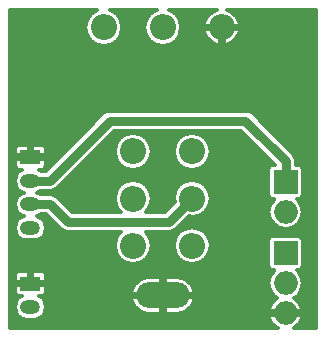
<source format=gbl>
G04 #@! TF.FileFunction,Copper,L2,Bot,Signal*
%FSLAX46Y46*%
G04 Gerber Fmt 4.6, Leading zero omitted, Abs format (unit mm)*
G04 Created by KiCad (PCBNEW 4.0.4-1.fc24-product) date Mon Jun  4 16:01:06 2018*
%MOMM*%
%LPD*%
G01*
G04 APERTURE LIST*
%ADD10C,0.100000*%
%ADD11O,2.200000X2.200000*%
%ADD12O,4.500000X2.200000*%
%ADD13O,1.998980X1.998980*%
%ADD14R,1.998980X1.998980*%
%ADD15R,1.700000X1.200000*%
%ADD16O,1.700000X1.200000*%
%ADD17C,0.800000*%
%ADD18C,0.300000*%
G04 APERTURE END LIST*
D10*
D11*
X121500000Y-72000000D03*
X116500000Y-72000000D03*
X111500000Y-72000000D03*
X114000000Y-82500000D03*
X114000000Y-86500000D03*
X114000000Y-90500000D03*
X119000000Y-82500000D03*
X119000000Y-86500000D03*
X119000000Y-90500000D03*
D12*
X116500000Y-94700000D03*
D13*
X126900000Y-87640000D03*
D14*
X126900000Y-85100000D03*
D13*
X126900000Y-96200000D03*
D14*
X126900000Y-91120000D03*
D13*
X126900000Y-93660000D03*
D15*
X105300000Y-83000000D03*
D16*
X105300000Y-85000000D03*
X105300000Y-87000000D03*
X105300000Y-89000000D03*
D15*
X105300000Y-93700000D03*
D16*
X105300000Y-95700000D03*
D17*
X106950000Y-85000000D02*
X105300000Y-85000000D01*
X112050000Y-79900000D02*
X106950000Y-85000000D01*
X126900000Y-83300510D02*
X123499490Y-79900000D01*
X126900000Y-85100000D02*
X126900000Y-83300510D01*
X123499490Y-79900000D02*
X112050000Y-79900000D01*
X105300000Y-87000000D02*
X106950000Y-87000000D01*
X106950000Y-87000000D02*
X108450000Y-88500000D01*
X108450000Y-88500000D02*
X117000000Y-88500000D01*
X117000000Y-88500000D02*
X119000000Y-86500000D01*
D18*
G36*
X110906841Y-70537621D02*
X110403984Y-70873618D01*
X110067987Y-71376475D01*
X109950000Y-71969634D01*
X109950000Y-72030366D01*
X110067987Y-72623525D01*
X110403984Y-73126382D01*
X110906841Y-73462379D01*
X111500000Y-73580366D01*
X112093159Y-73462379D01*
X112596016Y-73126382D01*
X112932013Y-72623525D01*
X113050000Y-72030366D01*
X113050000Y-71969634D01*
X112932013Y-71376475D01*
X112596016Y-70873618D01*
X112093159Y-70537621D01*
X112029709Y-70525000D01*
X115970291Y-70525000D01*
X115906841Y-70537621D01*
X115403984Y-70873618D01*
X115067987Y-71376475D01*
X114950000Y-71969634D01*
X114950000Y-72030366D01*
X115067987Y-72623525D01*
X115403984Y-73126382D01*
X115906841Y-73462379D01*
X116500000Y-73580366D01*
X117093159Y-73462379D01*
X117596016Y-73126382D01*
X117932013Y-72623525D01*
X117978565Y-72389490D01*
X119999723Y-72389490D01*
X120262976Y-72933973D01*
X120714555Y-73336267D01*
X121110511Y-73500266D01*
X121350000Y-73429652D01*
X121350000Y-72150000D01*
X121650000Y-72150000D01*
X121650000Y-73429652D01*
X121889489Y-73500266D01*
X122285445Y-73336267D01*
X122737024Y-72933973D01*
X123000277Y-72389490D01*
X122930236Y-72150000D01*
X121650000Y-72150000D01*
X121350000Y-72150000D01*
X120069764Y-72150000D01*
X119999723Y-72389490D01*
X117978565Y-72389490D01*
X118050000Y-72030366D01*
X118050000Y-71969634D01*
X117932013Y-71376475D01*
X117596016Y-70873618D01*
X117093159Y-70537621D01*
X117029709Y-70525000D01*
X121049509Y-70525000D01*
X120714555Y-70663733D01*
X120262976Y-71066027D01*
X119999723Y-71610510D01*
X120069764Y-71850000D01*
X121350000Y-71850000D01*
X121350000Y-71830000D01*
X121650000Y-71830000D01*
X121650000Y-71850000D01*
X122930236Y-71850000D01*
X123000277Y-71610510D01*
X122737024Y-71066027D01*
X122285445Y-70663733D01*
X121950491Y-70525000D01*
X129475000Y-70525000D01*
X129475000Y-97475000D01*
X127576677Y-97475000D01*
X127626069Y-97454543D01*
X128050893Y-97081192D01*
X128300504Y-96573688D01*
X128229219Y-96350000D01*
X127050000Y-96350000D01*
X127050000Y-96370000D01*
X126750000Y-96370000D01*
X126750000Y-96350000D01*
X125570781Y-96350000D01*
X125499496Y-96573688D01*
X125749107Y-97081192D01*
X126173931Y-97454543D01*
X126223323Y-97475000D01*
X103525000Y-97475000D01*
X103525000Y-95700000D01*
X103974531Y-95700000D01*
X104054457Y-96101818D01*
X104282069Y-96442462D01*
X104622713Y-96670074D01*
X105024531Y-96750000D01*
X105575469Y-96750000D01*
X105977287Y-96670074D01*
X106317931Y-96442462D01*
X106545543Y-96101818D01*
X106625469Y-95700000D01*
X106545543Y-95298182D01*
X106406099Y-95089489D01*
X113849734Y-95089489D01*
X113860585Y-95154578D01*
X114147919Y-95689950D01*
X114618259Y-96074611D01*
X115200000Y-96250000D01*
X116350000Y-96250000D01*
X116350000Y-94850000D01*
X116650000Y-94850000D01*
X116650000Y-96250000D01*
X117800000Y-96250000D01*
X118381741Y-96074611D01*
X118852081Y-95689950D01*
X119139415Y-95154578D01*
X119150266Y-95089489D01*
X119079652Y-94850000D01*
X116650000Y-94850000D01*
X116350000Y-94850000D01*
X113920348Y-94850000D01*
X113849734Y-95089489D01*
X106406099Y-95089489D01*
X106317931Y-94957538D01*
X106007330Y-94750000D01*
X106239510Y-94750000D01*
X106404904Y-94681492D01*
X106531491Y-94554905D01*
X106600000Y-94389511D01*
X106600000Y-94310511D01*
X113849734Y-94310511D01*
X113920348Y-94550000D01*
X116350000Y-94550000D01*
X116350000Y-93150000D01*
X116650000Y-93150000D01*
X116650000Y-94550000D01*
X119079652Y-94550000D01*
X119150266Y-94310511D01*
X119139415Y-94245422D01*
X118852081Y-93710050D01*
X118381741Y-93325389D01*
X117800000Y-93150000D01*
X116650000Y-93150000D01*
X116350000Y-93150000D01*
X115200000Y-93150000D01*
X114618259Y-93325389D01*
X114147919Y-93710050D01*
X113860585Y-94245422D01*
X113849734Y-94310511D01*
X106600000Y-94310511D01*
X106600000Y-93962500D01*
X106487500Y-93850000D01*
X105450000Y-93850000D01*
X105450000Y-93870000D01*
X105150000Y-93870000D01*
X105150000Y-93850000D01*
X104112500Y-93850000D01*
X104000000Y-93962500D01*
X104000000Y-94389511D01*
X104068509Y-94554905D01*
X104195096Y-94681492D01*
X104360490Y-94750000D01*
X104592670Y-94750000D01*
X104282069Y-94957538D01*
X104054457Y-95298182D01*
X103974531Y-95700000D01*
X103525000Y-95700000D01*
X103525000Y-93010489D01*
X104000000Y-93010489D01*
X104000000Y-93437500D01*
X104112500Y-93550000D01*
X105150000Y-93550000D01*
X105150000Y-92762500D01*
X105450000Y-92762500D01*
X105450000Y-93550000D01*
X106487500Y-93550000D01*
X106600000Y-93437500D01*
X106600000Y-93010489D01*
X106531491Y-92845095D01*
X106404904Y-92718508D01*
X106239510Y-92650000D01*
X105562500Y-92650000D01*
X105450000Y-92762500D01*
X105150000Y-92762500D01*
X105037500Y-92650000D01*
X104360490Y-92650000D01*
X104195096Y-92718508D01*
X104068509Y-92845095D01*
X104000000Y-93010489D01*
X103525000Y-93010489D01*
X103525000Y-85000000D01*
X103974531Y-85000000D01*
X104054457Y-85401818D01*
X104282069Y-85742462D01*
X104622713Y-85970074D01*
X104773162Y-86000000D01*
X104622713Y-86029926D01*
X104282069Y-86257538D01*
X104054457Y-86598182D01*
X103974531Y-87000000D01*
X104054457Y-87401818D01*
X104282069Y-87742462D01*
X104622713Y-87970074D01*
X104773162Y-88000000D01*
X104622713Y-88029926D01*
X104282069Y-88257538D01*
X104054457Y-88598182D01*
X103974531Y-89000000D01*
X104054457Y-89401818D01*
X104282069Y-89742462D01*
X104622713Y-89970074D01*
X105024531Y-90050000D01*
X105575469Y-90050000D01*
X105977287Y-89970074D01*
X106317931Y-89742462D01*
X106545543Y-89401818D01*
X106625469Y-89000000D01*
X106545543Y-88598182D01*
X106317931Y-88257538D01*
X105977287Y-88029926D01*
X105826838Y-88000000D01*
X105977287Y-87970074D01*
X106156990Y-87850000D01*
X106597918Y-87850000D01*
X107848959Y-89101041D01*
X108124719Y-89285298D01*
X108450000Y-89350000D01*
X112939331Y-89350000D01*
X112903984Y-89373618D01*
X112567987Y-89876475D01*
X112450000Y-90469634D01*
X112450000Y-90530366D01*
X112567987Y-91123525D01*
X112903984Y-91626382D01*
X113406841Y-91962379D01*
X114000000Y-92080366D01*
X114593159Y-91962379D01*
X115096016Y-91626382D01*
X115432013Y-91123525D01*
X115550000Y-90530366D01*
X115550000Y-90469634D01*
X117450000Y-90469634D01*
X117450000Y-90530366D01*
X117567987Y-91123525D01*
X117903984Y-91626382D01*
X118406841Y-91962379D01*
X119000000Y-92080366D01*
X119593159Y-91962379D01*
X120096016Y-91626382D01*
X120432013Y-91123525D01*
X120550000Y-90530366D01*
X120550000Y-90469634D01*
X120480555Y-90120510D01*
X125441694Y-90120510D01*
X125441694Y-92119490D01*
X125473072Y-92286250D01*
X125571627Y-92439409D01*
X125722005Y-92542158D01*
X125900510Y-92578306D01*
X125917489Y-92578306D01*
X125875056Y-92606659D01*
X125560846Y-93076907D01*
X125450510Y-93631603D01*
X125450510Y-93688397D01*
X125560846Y-94243093D01*
X125875056Y-94713341D01*
X126203878Y-94933053D01*
X126173931Y-94945457D01*
X125749107Y-95318808D01*
X125499496Y-95826312D01*
X125570781Y-96050000D01*
X126750000Y-96050000D01*
X126750000Y-96030000D01*
X127050000Y-96030000D01*
X127050000Y-96050000D01*
X128229219Y-96050000D01*
X128300504Y-95826312D01*
X128050893Y-95318808D01*
X127626069Y-94945457D01*
X127596122Y-94933053D01*
X127924944Y-94713341D01*
X128239154Y-94243093D01*
X128349490Y-93688397D01*
X128349490Y-93631603D01*
X128239154Y-93076907D01*
X127924944Y-92606659D01*
X127882511Y-92578306D01*
X127899490Y-92578306D01*
X128066250Y-92546928D01*
X128219409Y-92448373D01*
X128322158Y-92297995D01*
X128358306Y-92119490D01*
X128358306Y-90120510D01*
X128326928Y-89953750D01*
X128228373Y-89800591D01*
X128077995Y-89697842D01*
X127899490Y-89661694D01*
X125900510Y-89661694D01*
X125733750Y-89693072D01*
X125580591Y-89791627D01*
X125477842Y-89942005D01*
X125441694Y-90120510D01*
X120480555Y-90120510D01*
X120432013Y-89876475D01*
X120096016Y-89373618D01*
X119593159Y-89037621D01*
X119000000Y-88919634D01*
X118406841Y-89037621D01*
X117903984Y-89373618D01*
X117567987Y-89876475D01*
X117450000Y-90469634D01*
X115550000Y-90469634D01*
X115432013Y-89876475D01*
X115096016Y-89373618D01*
X115060669Y-89350000D01*
X117000000Y-89350000D01*
X117325281Y-89285298D01*
X117601041Y-89101041D01*
X118684478Y-88017604D01*
X119000000Y-88080366D01*
X119593159Y-87962379D01*
X120096016Y-87626382D01*
X120432013Y-87123525D01*
X120550000Y-86530366D01*
X120550000Y-86469634D01*
X120432013Y-85876475D01*
X120096016Y-85373618D01*
X119593159Y-85037621D01*
X119000000Y-84919634D01*
X118406841Y-85037621D01*
X117903984Y-85373618D01*
X117567987Y-85876475D01*
X117450000Y-86469634D01*
X117450000Y-86530366D01*
X117502685Y-86795233D01*
X116647918Y-87650000D01*
X115060669Y-87650000D01*
X115096016Y-87626382D01*
X115432013Y-87123525D01*
X115550000Y-86530366D01*
X115550000Y-86469634D01*
X115432013Y-85876475D01*
X115096016Y-85373618D01*
X114593159Y-85037621D01*
X114000000Y-84919634D01*
X113406841Y-85037621D01*
X112903984Y-85373618D01*
X112567987Y-85876475D01*
X112450000Y-86469634D01*
X112450000Y-86530366D01*
X112567987Y-87123525D01*
X112903984Y-87626382D01*
X112939331Y-87650000D01*
X108802082Y-87650000D01*
X107551041Y-86398959D01*
X107275281Y-86214702D01*
X106950000Y-86150000D01*
X106156990Y-86150000D01*
X105977287Y-86029926D01*
X105826838Y-86000000D01*
X105977287Y-85970074D01*
X106156990Y-85850000D01*
X106950000Y-85850000D01*
X107275281Y-85785298D01*
X107551041Y-85601041D01*
X110682448Y-82469634D01*
X112450000Y-82469634D01*
X112450000Y-82530366D01*
X112567987Y-83123525D01*
X112903984Y-83626382D01*
X113406841Y-83962379D01*
X114000000Y-84080366D01*
X114593159Y-83962379D01*
X115096016Y-83626382D01*
X115432013Y-83123525D01*
X115550000Y-82530366D01*
X115550000Y-82469634D01*
X117450000Y-82469634D01*
X117450000Y-82530366D01*
X117567987Y-83123525D01*
X117903984Y-83626382D01*
X118406841Y-83962379D01*
X119000000Y-84080366D01*
X119593159Y-83962379D01*
X120096016Y-83626382D01*
X120432013Y-83123525D01*
X120550000Y-82530366D01*
X120550000Y-82469634D01*
X120432013Y-81876475D01*
X120096016Y-81373618D01*
X119593159Y-81037621D01*
X119000000Y-80919634D01*
X118406841Y-81037621D01*
X117903984Y-81373618D01*
X117567987Y-81876475D01*
X117450000Y-82469634D01*
X115550000Y-82469634D01*
X115432013Y-81876475D01*
X115096016Y-81373618D01*
X114593159Y-81037621D01*
X114000000Y-80919634D01*
X113406841Y-81037621D01*
X112903984Y-81373618D01*
X112567987Y-81876475D01*
X112450000Y-82469634D01*
X110682448Y-82469634D01*
X112402082Y-80750000D01*
X123147408Y-80750000D01*
X126039102Y-83641694D01*
X125900510Y-83641694D01*
X125733750Y-83673072D01*
X125580591Y-83771627D01*
X125477842Y-83922005D01*
X125441694Y-84100510D01*
X125441694Y-86099490D01*
X125473072Y-86266250D01*
X125571627Y-86419409D01*
X125722005Y-86522158D01*
X125900510Y-86558306D01*
X125917489Y-86558306D01*
X125875056Y-86586659D01*
X125560846Y-87056907D01*
X125450510Y-87611603D01*
X125450510Y-87668397D01*
X125560846Y-88223093D01*
X125875056Y-88693341D01*
X126345304Y-89007551D01*
X126900000Y-89117887D01*
X127454696Y-89007551D01*
X127924944Y-88693341D01*
X128239154Y-88223093D01*
X128349490Y-87668397D01*
X128349490Y-87611603D01*
X128239154Y-87056907D01*
X127924944Y-86586659D01*
X127882511Y-86558306D01*
X127899490Y-86558306D01*
X128066250Y-86526928D01*
X128219409Y-86428373D01*
X128322158Y-86277995D01*
X128358306Y-86099490D01*
X128358306Y-84100510D01*
X128326928Y-83933750D01*
X128228373Y-83780591D01*
X128077995Y-83677842D01*
X127899490Y-83641694D01*
X127750000Y-83641694D01*
X127750000Y-83300510D01*
X127685298Y-82975229D01*
X127501041Y-82699469D01*
X124100531Y-79298959D01*
X123824771Y-79114702D01*
X123499490Y-79050000D01*
X112050000Y-79050000D01*
X111724719Y-79114702D01*
X111448959Y-79298959D01*
X106597918Y-84150000D01*
X106156990Y-84150000D01*
X106007330Y-84050000D01*
X106239510Y-84050000D01*
X106404904Y-83981492D01*
X106531491Y-83854905D01*
X106600000Y-83689511D01*
X106600000Y-83262500D01*
X106487500Y-83150000D01*
X105450000Y-83150000D01*
X105450000Y-83170000D01*
X105150000Y-83170000D01*
X105150000Y-83150000D01*
X104112500Y-83150000D01*
X104000000Y-83262500D01*
X104000000Y-83689511D01*
X104068509Y-83854905D01*
X104195096Y-83981492D01*
X104360490Y-84050000D01*
X104592670Y-84050000D01*
X104282069Y-84257538D01*
X104054457Y-84598182D01*
X103974531Y-85000000D01*
X103525000Y-85000000D01*
X103525000Y-82310489D01*
X104000000Y-82310489D01*
X104000000Y-82737500D01*
X104112500Y-82850000D01*
X105150000Y-82850000D01*
X105150000Y-82062500D01*
X105450000Y-82062500D01*
X105450000Y-82850000D01*
X106487500Y-82850000D01*
X106600000Y-82737500D01*
X106600000Y-82310489D01*
X106531491Y-82145095D01*
X106404904Y-82018508D01*
X106239510Y-81950000D01*
X105562500Y-81950000D01*
X105450000Y-82062500D01*
X105150000Y-82062500D01*
X105037500Y-81950000D01*
X104360490Y-81950000D01*
X104195096Y-82018508D01*
X104068509Y-82145095D01*
X104000000Y-82310489D01*
X103525000Y-82310489D01*
X103525000Y-70525000D01*
X110970291Y-70525000D01*
X110906841Y-70537621D01*
X110906841Y-70537621D01*
G37*
X110906841Y-70537621D02*
X110403984Y-70873618D01*
X110067987Y-71376475D01*
X109950000Y-71969634D01*
X109950000Y-72030366D01*
X110067987Y-72623525D01*
X110403984Y-73126382D01*
X110906841Y-73462379D01*
X111500000Y-73580366D01*
X112093159Y-73462379D01*
X112596016Y-73126382D01*
X112932013Y-72623525D01*
X113050000Y-72030366D01*
X113050000Y-71969634D01*
X112932013Y-71376475D01*
X112596016Y-70873618D01*
X112093159Y-70537621D01*
X112029709Y-70525000D01*
X115970291Y-70525000D01*
X115906841Y-70537621D01*
X115403984Y-70873618D01*
X115067987Y-71376475D01*
X114950000Y-71969634D01*
X114950000Y-72030366D01*
X115067987Y-72623525D01*
X115403984Y-73126382D01*
X115906841Y-73462379D01*
X116500000Y-73580366D01*
X117093159Y-73462379D01*
X117596016Y-73126382D01*
X117932013Y-72623525D01*
X117978565Y-72389490D01*
X119999723Y-72389490D01*
X120262976Y-72933973D01*
X120714555Y-73336267D01*
X121110511Y-73500266D01*
X121350000Y-73429652D01*
X121350000Y-72150000D01*
X121650000Y-72150000D01*
X121650000Y-73429652D01*
X121889489Y-73500266D01*
X122285445Y-73336267D01*
X122737024Y-72933973D01*
X123000277Y-72389490D01*
X122930236Y-72150000D01*
X121650000Y-72150000D01*
X121350000Y-72150000D01*
X120069764Y-72150000D01*
X119999723Y-72389490D01*
X117978565Y-72389490D01*
X118050000Y-72030366D01*
X118050000Y-71969634D01*
X117932013Y-71376475D01*
X117596016Y-70873618D01*
X117093159Y-70537621D01*
X117029709Y-70525000D01*
X121049509Y-70525000D01*
X120714555Y-70663733D01*
X120262976Y-71066027D01*
X119999723Y-71610510D01*
X120069764Y-71850000D01*
X121350000Y-71850000D01*
X121350000Y-71830000D01*
X121650000Y-71830000D01*
X121650000Y-71850000D01*
X122930236Y-71850000D01*
X123000277Y-71610510D01*
X122737024Y-71066027D01*
X122285445Y-70663733D01*
X121950491Y-70525000D01*
X129475000Y-70525000D01*
X129475000Y-97475000D01*
X127576677Y-97475000D01*
X127626069Y-97454543D01*
X128050893Y-97081192D01*
X128300504Y-96573688D01*
X128229219Y-96350000D01*
X127050000Y-96350000D01*
X127050000Y-96370000D01*
X126750000Y-96370000D01*
X126750000Y-96350000D01*
X125570781Y-96350000D01*
X125499496Y-96573688D01*
X125749107Y-97081192D01*
X126173931Y-97454543D01*
X126223323Y-97475000D01*
X103525000Y-97475000D01*
X103525000Y-95700000D01*
X103974531Y-95700000D01*
X104054457Y-96101818D01*
X104282069Y-96442462D01*
X104622713Y-96670074D01*
X105024531Y-96750000D01*
X105575469Y-96750000D01*
X105977287Y-96670074D01*
X106317931Y-96442462D01*
X106545543Y-96101818D01*
X106625469Y-95700000D01*
X106545543Y-95298182D01*
X106406099Y-95089489D01*
X113849734Y-95089489D01*
X113860585Y-95154578D01*
X114147919Y-95689950D01*
X114618259Y-96074611D01*
X115200000Y-96250000D01*
X116350000Y-96250000D01*
X116350000Y-94850000D01*
X116650000Y-94850000D01*
X116650000Y-96250000D01*
X117800000Y-96250000D01*
X118381741Y-96074611D01*
X118852081Y-95689950D01*
X119139415Y-95154578D01*
X119150266Y-95089489D01*
X119079652Y-94850000D01*
X116650000Y-94850000D01*
X116350000Y-94850000D01*
X113920348Y-94850000D01*
X113849734Y-95089489D01*
X106406099Y-95089489D01*
X106317931Y-94957538D01*
X106007330Y-94750000D01*
X106239510Y-94750000D01*
X106404904Y-94681492D01*
X106531491Y-94554905D01*
X106600000Y-94389511D01*
X106600000Y-94310511D01*
X113849734Y-94310511D01*
X113920348Y-94550000D01*
X116350000Y-94550000D01*
X116350000Y-93150000D01*
X116650000Y-93150000D01*
X116650000Y-94550000D01*
X119079652Y-94550000D01*
X119150266Y-94310511D01*
X119139415Y-94245422D01*
X118852081Y-93710050D01*
X118381741Y-93325389D01*
X117800000Y-93150000D01*
X116650000Y-93150000D01*
X116350000Y-93150000D01*
X115200000Y-93150000D01*
X114618259Y-93325389D01*
X114147919Y-93710050D01*
X113860585Y-94245422D01*
X113849734Y-94310511D01*
X106600000Y-94310511D01*
X106600000Y-93962500D01*
X106487500Y-93850000D01*
X105450000Y-93850000D01*
X105450000Y-93870000D01*
X105150000Y-93870000D01*
X105150000Y-93850000D01*
X104112500Y-93850000D01*
X104000000Y-93962500D01*
X104000000Y-94389511D01*
X104068509Y-94554905D01*
X104195096Y-94681492D01*
X104360490Y-94750000D01*
X104592670Y-94750000D01*
X104282069Y-94957538D01*
X104054457Y-95298182D01*
X103974531Y-95700000D01*
X103525000Y-95700000D01*
X103525000Y-93010489D01*
X104000000Y-93010489D01*
X104000000Y-93437500D01*
X104112500Y-93550000D01*
X105150000Y-93550000D01*
X105150000Y-92762500D01*
X105450000Y-92762500D01*
X105450000Y-93550000D01*
X106487500Y-93550000D01*
X106600000Y-93437500D01*
X106600000Y-93010489D01*
X106531491Y-92845095D01*
X106404904Y-92718508D01*
X106239510Y-92650000D01*
X105562500Y-92650000D01*
X105450000Y-92762500D01*
X105150000Y-92762500D01*
X105037500Y-92650000D01*
X104360490Y-92650000D01*
X104195096Y-92718508D01*
X104068509Y-92845095D01*
X104000000Y-93010489D01*
X103525000Y-93010489D01*
X103525000Y-85000000D01*
X103974531Y-85000000D01*
X104054457Y-85401818D01*
X104282069Y-85742462D01*
X104622713Y-85970074D01*
X104773162Y-86000000D01*
X104622713Y-86029926D01*
X104282069Y-86257538D01*
X104054457Y-86598182D01*
X103974531Y-87000000D01*
X104054457Y-87401818D01*
X104282069Y-87742462D01*
X104622713Y-87970074D01*
X104773162Y-88000000D01*
X104622713Y-88029926D01*
X104282069Y-88257538D01*
X104054457Y-88598182D01*
X103974531Y-89000000D01*
X104054457Y-89401818D01*
X104282069Y-89742462D01*
X104622713Y-89970074D01*
X105024531Y-90050000D01*
X105575469Y-90050000D01*
X105977287Y-89970074D01*
X106317931Y-89742462D01*
X106545543Y-89401818D01*
X106625469Y-89000000D01*
X106545543Y-88598182D01*
X106317931Y-88257538D01*
X105977287Y-88029926D01*
X105826838Y-88000000D01*
X105977287Y-87970074D01*
X106156990Y-87850000D01*
X106597918Y-87850000D01*
X107848959Y-89101041D01*
X108124719Y-89285298D01*
X108450000Y-89350000D01*
X112939331Y-89350000D01*
X112903984Y-89373618D01*
X112567987Y-89876475D01*
X112450000Y-90469634D01*
X112450000Y-90530366D01*
X112567987Y-91123525D01*
X112903984Y-91626382D01*
X113406841Y-91962379D01*
X114000000Y-92080366D01*
X114593159Y-91962379D01*
X115096016Y-91626382D01*
X115432013Y-91123525D01*
X115550000Y-90530366D01*
X115550000Y-90469634D01*
X117450000Y-90469634D01*
X117450000Y-90530366D01*
X117567987Y-91123525D01*
X117903984Y-91626382D01*
X118406841Y-91962379D01*
X119000000Y-92080366D01*
X119593159Y-91962379D01*
X120096016Y-91626382D01*
X120432013Y-91123525D01*
X120550000Y-90530366D01*
X120550000Y-90469634D01*
X120480555Y-90120510D01*
X125441694Y-90120510D01*
X125441694Y-92119490D01*
X125473072Y-92286250D01*
X125571627Y-92439409D01*
X125722005Y-92542158D01*
X125900510Y-92578306D01*
X125917489Y-92578306D01*
X125875056Y-92606659D01*
X125560846Y-93076907D01*
X125450510Y-93631603D01*
X125450510Y-93688397D01*
X125560846Y-94243093D01*
X125875056Y-94713341D01*
X126203878Y-94933053D01*
X126173931Y-94945457D01*
X125749107Y-95318808D01*
X125499496Y-95826312D01*
X125570781Y-96050000D01*
X126750000Y-96050000D01*
X126750000Y-96030000D01*
X127050000Y-96030000D01*
X127050000Y-96050000D01*
X128229219Y-96050000D01*
X128300504Y-95826312D01*
X128050893Y-95318808D01*
X127626069Y-94945457D01*
X127596122Y-94933053D01*
X127924944Y-94713341D01*
X128239154Y-94243093D01*
X128349490Y-93688397D01*
X128349490Y-93631603D01*
X128239154Y-93076907D01*
X127924944Y-92606659D01*
X127882511Y-92578306D01*
X127899490Y-92578306D01*
X128066250Y-92546928D01*
X128219409Y-92448373D01*
X128322158Y-92297995D01*
X128358306Y-92119490D01*
X128358306Y-90120510D01*
X128326928Y-89953750D01*
X128228373Y-89800591D01*
X128077995Y-89697842D01*
X127899490Y-89661694D01*
X125900510Y-89661694D01*
X125733750Y-89693072D01*
X125580591Y-89791627D01*
X125477842Y-89942005D01*
X125441694Y-90120510D01*
X120480555Y-90120510D01*
X120432013Y-89876475D01*
X120096016Y-89373618D01*
X119593159Y-89037621D01*
X119000000Y-88919634D01*
X118406841Y-89037621D01*
X117903984Y-89373618D01*
X117567987Y-89876475D01*
X117450000Y-90469634D01*
X115550000Y-90469634D01*
X115432013Y-89876475D01*
X115096016Y-89373618D01*
X115060669Y-89350000D01*
X117000000Y-89350000D01*
X117325281Y-89285298D01*
X117601041Y-89101041D01*
X118684478Y-88017604D01*
X119000000Y-88080366D01*
X119593159Y-87962379D01*
X120096016Y-87626382D01*
X120432013Y-87123525D01*
X120550000Y-86530366D01*
X120550000Y-86469634D01*
X120432013Y-85876475D01*
X120096016Y-85373618D01*
X119593159Y-85037621D01*
X119000000Y-84919634D01*
X118406841Y-85037621D01*
X117903984Y-85373618D01*
X117567987Y-85876475D01*
X117450000Y-86469634D01*
X117450000Y-86530366D01*
X117502685Y-86795233D01*
X116647918Y-87650000D01*
X115060669Y-87650000D01*
X115096016Y-87626382D01*
X115432013Y-87123525D01*
X115550000Y-86530366D01*
X115550000Y-86469634D01*
X115432013Y-85876475D01*
X115096016Y-85373618D01*
X114593159Y-85037621D01*
X114000000Y-84919634D01*
X113406841Y-85037621D01*
X112903984Y-85373618D01*
X112567987Y-85876475D01*
X112450000Y-86469634D01*
X112450000Y-86530366D01*
X112567987Y-87123525D01*
X112903984Y-87626382D01*
X112939331Y-87650000D01*
X108802082Y-87650000D01*
X107551041Y-86398959D01*
X107275281Y-86214702D01*
X106950000Y-86150000D01*
X106156990Y-86150000D01*
X105977287Y-86029926D01*
X105826838Y-86000000D01*
X105977287Y-85970074D01*
X106156990Y-85850000D01*
X106950000Y-85850000D01*
X107275281Y-85785298D01*
X107551041Y-85601041D01*
X110682448Y-82469634D01*
X112450000Y-82469634D01*
X112450000Y-82530366D01*
X112567987Y-83123525D01*
X112903984Y-83626382D01*
X113406841Y-83962379D01*
X114000000Y-84080366D01*
X114593159Y-83962379D01*
X115096016Y-83626382D01*
X115432013Y-83123525D01*
X115550000Y-82530366D01*
X115550000Y-82469634D01*
X117450000Y-82469634D01*
X117450000Y-82530366D01*
X117567987Y-83123525D01*
X117903984Y-83626382D01*
X118406841Y-83962379D01*
X119000000Y-84080366D01*
X119593159Y-83962379D01*
X120096016Y-83626382D01*
X120432013Y-83123525D01*
X120550000Y-82530366D01*
X120550000Y-82469634D01*
X120432013Y-81876475D01*
X120096016Y-81373618D01*
X119593159Y-81037621D01*
X119000000Y-80919634D01*
X118406841Y-81037621D01*
X117903984Y-81373618D01*
X117567987Y-81876475D01*
X117450000Y-82469634D01*
X115550000Y-82469634D01*
X115432013Y-81876475D01*
X115096016Y-81373618D01*
X114593159Y-81037621D01*
X114000000Y-80919634D01*
X113406841Y-81037621D01*
X112903984Y-81373618D01*
X112567987Y-81876475D01*
X112450000Y-82469634D01*
X110682448Y-82469634D01*
X112402082Y-80750000D01*
X123147408Y-80750000D01*
X126039102Y-83641694D01*
X125900510Y-83641694D01*
X125733750Y-83673072D01*
X125580591Y-83771627D01*
X125477842Y-83922005D01*
X125441694Y-84100510D01*
X125441694Y-86099490D01*
X125473072Y-86266250D01*
X125571627Y-86419409D01*
X125722005Y-86522158D01*
X125900510Y-86558306D01*
X125917489Y-86558306D01*
X125875056Y-86586659D01*
X125560846Y-87056907D01*
X125450510Y-87611603D01*
X125450510Y-87668397D01*
X125560846Y-88223093D01*
X125875056Y-88693341D01*
X126345304Y-89007551D01*
X126900000Y-89117887D01*
X127454696Y-89007551D01*
X127924944Y-88693341D01*
X128239154Y-88223093D01*
X128349490Y-87668397D01*
X128349490Y-87611603D01*
X128239154Y-87056907D01*
X127924944Y-86586659D01*
X127882511Y-86558306D01*
X127899490Y-86558306D01*
X128066250Y-86526928D01*
X128219409Y-86428373D01*
X128322158Y-86277995D01*
X128358306Y-86099490D01*
X128358306Y-84100510D01*
X128326928Y-83933750D01*
X128228373Y-83780591D01*
X128077995Y-83677842D01*
X127899490Y-83641694D01*
X127750000Y-83641694D01*
X127750000Y-83300510D01*
X127685298Y-82975229D01*
X127501041Y-82699469D01*
X124100531Y-79298959D01*
X123824771Y-79114702D01*
X123499490Y-79050000D01*
X112050000Y-79050000D01*
X111724719Y-79114702D01*
X111448959Y-79298959D01*
X106597918Y-84150000D01*
X106156990Y-84150000D01*
X106007330Y-84050000D01*
X106239510Y-84050000D01*
X106404904Y-83981492D01*
X106531491Y-83854905D01*
X106600000Y-83689511D01*
X106600000Y-83262500D01*
X106487500Y-83150000D01*
X105450000Y-83150000D01*
X105450000Y-83170000D01*
X105150000Y-83170000D01*
X105150000Y-83150000D01*
X104112500Y-83150000D01*
X104000000Y-83262500D01*
X104000000Y-83689511D01*
X104068509Y-83854905D01*
X104195096Y-83981492D01*
X104360490Y-84050000D01*
X104592670Y-84050000D01*
X104282069Y-84257538D01*
X104054457Y-84598182D01*
X103974531Y-85000000D01*
X103525000Y-85000000D01*
X103525000Y-82310489D01*
X104000000Y-82310489D01*
X104000000Y-82737500D01*
X104112500Y-82850000D01*
X105150000Y-82850000D01*
X105150000Y-82062500D01*
X105450000Y-82062500D01*
X105450000Y-82850000D01*
X106487500Y-82850000D01*
X106600000Y-82737500D01*
X106600000Y-82310489D01*
X106531491Y-82145095D01*
X106404904Y-82018508D01*
X106239510Y-81950000D01*
X105562500Y-81950000D01*
X105450000Y-82062500D01*
X105150000Y-82062500D01*
X105037500Y-81950000D01*
X104360490Y-81950000D01*
X104195096Y-82018508D01*
X104068509Y-82145095D01*
X104000000Y-82310489D01*
X103525000Y-82310489D01*
X103525000Y-70525000D01*
X110970291Y-70525000D01*
X110906841Y-70537621D01*
M02*

</source>
